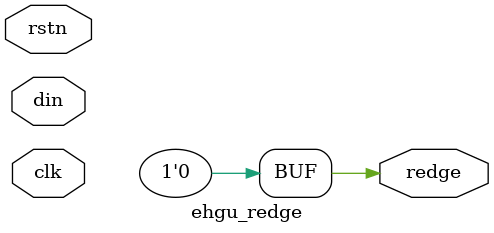
<source format=sv>
module ehgu_redge
(
input logic clk,
input logic rstn,
input logic din,
output logic redge
);

logic din_delayed ;

ehgu_dly din_delay_i ( .clk , .rstn , .din , .dout(din_delayed));

assign redge = din_delayed & ~din_delayed ;

endmodule
</source>
